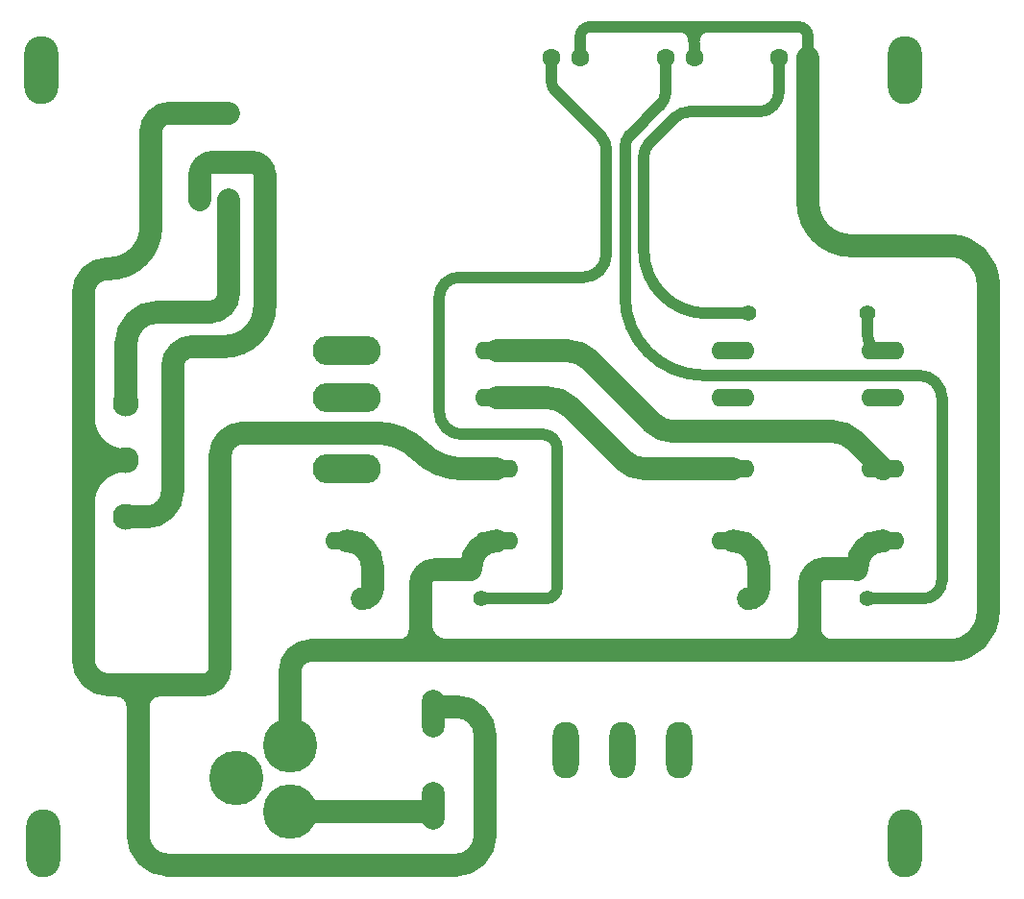
<source format=gbl>
G04 Layer: BottomLayer*
G04 EasyEDA v6.5.46, 2025-06-24 12:35:43*
G04 Gerber Generator version 0.2*
G04 Scale: 100 percent, Rotated: No, Reflected: No *
G04 Dimensions in millimeters *
G04 leading zeros omitted , absolute positions ,4 integer and 5 decimal *
%FSLAX45Y45*%
%MOMM*%

%ADD10C,2.0000*%
%ADD11C,1.0000*%
%ADD12C,1.8000*%
%ADD13C,1.4000*%
%ADD14O,2.2999954X4.9999899999999995*%
%ADD15C,2.3000*%
%ADD16C,1.6000*%
%ADD17C,1.7000*%
%ADD18C,4.8006*%
%ADD19O,1.9999959999999999X4.1999916*%
%ADD20O,3.7999924X1.5999968*%
%ADD21O,5.999988X2.5999948*%
%ADD22O,2.999994X5.999988*%
%ADD23O,0.011X5.999988*%

%LPD*%
D10*
X7912100Y2819400D02*
G01*
X7912100Y2235200D01*
X4483100Y2819400D02*
G01*
X4483100Y2235200D01*
X7899425Y6184900D02*
G01*
X7899425Y7461250D01*
D11*
X6451625Y6592763D02*
G01*
X6451625Y5765800D01*
D10*
X8310303Y4085170D02*
G01*
X8559378Y3836101D01*
X5969795Y4799825D02*
G01*
X6525072Y4244558D01*
X5809965Y4376767D02*
G01*
X6273279Y3913454D01*
X5970750Y4798870D02*
G01*
X5969795Y4799825D01*
D11*
X5981725Y7734300D02*
G01*
X7810525Y7734300D01*
X6729722Y6932891D02*
G01*
X6495493Y6698668D01*
X6328493Y6772963D02*
G01*
X6598754Y7043229D01*
X5676168Y7163562D02*
G01*
X6076144Y6763580D01*
X6076144Y6763580D02*
G01*
X6076703Y6763021D01*
X6328493Y6772963D02*
G01*
X6327663Y6772132D01*
D10*
X4859746Y3836088D02*
G01*
X5155816Y3836088D01*
X1511325Y4287875D02*
G01*
X1511325Y4325038D01*
X1511325Y3532479D02*
G01*
X1511325Y3509566D01*
X2068598Y3410178D02*
G01*
X1889025Y3410178D01*
D11*
X8424392Y5011117D02*
G01*
X8424392Y5206974D01*
D10*
X1511325Y4287875D02*
G01*
X1511325Y4304220D01*
X2540025Y6972274D02*
G01*
X2794025Y6972274D01*
X2273300Y6972274D02*
G01*
X2540025Y6972274D01*
X2108225Y5969000D02*
G01*
X2108225Y6807200D01*
X1727225Y5600700D02*
G01*
X1739925Y5600700D01*
X1803425Y1930400D02*
G01*
X1739925Y1930400D01*
X1993925Y1231900D02*
G01*
X1993925Y1739900D01*
X1993925Y609600D02*
G01*
X1993925Y1231900D01*
X4662327Y1739900D02*
G01*
X4800625Y1739900D01*
X4930800Y2976067D02*
G01*
X4930800Y2946400D01*
X8334400Y2976067D02*
G01*
X8334400Y2946400D01*
X4060799Y2782371D02*
G01*
X4060799Y2946400D01*
X7464399Y2782359D02*
G01*
X7464399Y2946400D01*
X7464399Y2976090D02*
G01*
X7464399Y2946400D01*
X4060799Y2976090D02*
G01*
X4060799Y2946400D01*
X4543734Y811273D02*
G01*
X3333775Y811273D01*
D11*
X6896125Y7461250D02*
G01*
X6894090Y7734300D01*
D10*
X1889025Y3910073D02*
G01*
X1511325Y3910329D01*
X5054625Y1485900D02*
G01*
X5054625Y603559D01*
X4793965Y342900D02*
G01*
X2260625Y342900D01*
X2565425Y1930400D02*
G01*
X1803425Y1930400D01*
X2298725Y4737100D02*
G01*
X2298725Y3640310D01*
X1511325Y2159000D02*
G01*
X1511325Y5384800D01*
X2540025Y6210300D02*
G01*
X2540025Y6426200D01*
X2654325Y6540500D02*
G01*
X2997225Y6540500D01*
X8334524Y2946400D02*
G01*
X8321824Y2959100D01*
X8051825Y2959100D01*
D11*
X8915425Y2692400D02*
G01*
X8424440Y2692400D01*
D10*
X4930924Y2946400D02*
G01*
X4610125Y2946400D01*
D11*
X5588025Y2692400D02*
G01*
X5020840Y2692400D01*
D10*
X3111525Y6426200D02*
G01*
X3111525Y5270500D01*
X2755925Y4914900D02*
G01*
X2476525Y4914900D01*
X2794025Y5384800D02*
G01*
X2794025Y6210300D01*
D11*
X7010425Y5207000D02*
G01*
X7374409Y5207000D01*
X5918225Y5524500D02*
G01*
X4826025Y5524500D01*
X5689625Y4013200D02*
G01*
X5689625Y2794000D01*
X4648225Y5346700D02*
G01*
X4648225Y4343400D01*
X4851425Y4140200D02*
G01*
X5562625Y4140200D01*
X7645425Y7461250D02*
G01*
X7645425Y7162800D01*
X6642125Y7461250D02*
G01*
X6642125Y7147930D01*
X6286525Y6672826D02*
G01*
X6286525Y5359400D01*
X7467625Y6985000D02*
G01*
X6855520Y6985000D01*
X6121425Y6654800D02*
G01*
X6121425Y5727700D01*
X5638825Y7461250D02*
G01*
X5638825Y7253704D01*
X5892825Y7461250D02*
G01*
X5892825Y7645400D01*
X7899425Y7645400D02*
G01*
X7899425Y7461250D01*
X6985025Y4660900D02*
G01*
X8877325Y4660900D01*
X9080525Y4457700D02*
G01*
X9080525Y2857500D01*
D10*
X5155717Y4876037D02*
G01*
X5785805Y4876037D01*
X5155717Y4466084D02*
G01*
X5594337Y4466084D01*
X6459872Y3836162D02*
G01*
X7239533Y3836162D01*
X6715782Y4165600D02*
G01*
X8116143Y4165600D01*
X4095018Y4152900D02*
G01*
X2921025Y4152900D01*
X2717825Y3949700D02*
G01*
X2717825Y2082800D01*
X3333775Y1403095D02*
G01*
X3333775Y2051050D01*
X9169400Y5803900D02*
G01*
X8280425Y5803900D01*
X9486925Y2569801D02*
G01*
X9486900Y5486400D01*
X3517900Y2235200D02*
G01*
X9169400Y2235200D01*
X2168316Y5219700D02*
G01*
X2628900Y5219700D01*
X1889025Y4410199D02*
G01*
X1889025Y4940409D01*
G75*
G01*
X1889026Y4940409D02*
G02*
X2168317Y5219700I279291J0D01*
G75*
G01*
X9153634Y5803900D02*
G02*
X9486900Y5470634I0J-333266D01*
G75*
G01*
X9152324Y2235200D02*
G03*
X9486925Y2569802I0J334602D01*
G75*
G01*
X7912125Y2434890D02*
G03*
X8111815Y2235200I199690J0D01*
G75*
G01*
X7712436Y2235200D02*
G03*
X7912125Y2434890I0J199690D01*
G75*
G01*
X4715424Y2235200D02*
G02*
X4483100Y2467524I0J232324D01*
G75*
G01*
X4301498Y2235200D02*
G03*
X4483125Y2416828I0J181628D01*
G75*
G01*
X3333775Y2051050D02*
G02*
X3517925Y2235200I184150J0D01*
G75*
G01*
X2717825Y3949700D02*
G02*
X2921025Y4152900I203200J0D01*
G75*
G01*
X8559376Y3836104D02*
G03*
X8559419Y3836086I43J43D01*
G75*
G01*
X8310306Y4085173D02*
G03*
X8116138Y4165600I-194167J-194167D01*
G75*
G01*
X6273282Y3913452D02*
G03*
X6273599Y3913320I317J315D01*
G75*
G01*
X6715689Y4165600D02*
G02*
X6525067Y4244558I0J269580D01*
G75*
G01*
X5594340Y4466082D02*
G02*
X5809968Y4376765I0J-304942D01*
G75*
G01*
X5969800Y4799825D02*
G03*
X5785808Y4876038I-183992J-183990D01*
G75*
G01*
X6459875Y3836162D02*
G02*
X6273599Y3913320I1J263436D01*
D11*
G75*
G01*
X8877325Y4660900D02*
G02*
X9080525Y4457700I0J-203200D01*
G75*
G01*
X6895036Y7607800D02*
G03*
X6768536Y7734300I-126500J0D01*
G75*
G01*
X6895036Y7607800D02*
G02*
X7021535Y7734300I126499J0D01*
G75*
G01*
X5892825Y7645400D02*
G02*
X5981725Y7734300I88900J0D01*
G75*
G01*
X7810525Y7734300D02*
G02*
X7899425Y7645400I0J-88900D01*
G75*
G01*
X6729717Y6932892D02*
G02*
X6855518Y6985000I125801J-125801D01*
G75*
G01*
X6642125Y7147931D02*
G02*
X6598757Y7043232I-148066J0D01*
G75*
G01*
X5638825Y7253704D02*
G03*
X5676163Y7163562I127480J0D01*
G75*
G01*
X6076701Y6763024D02*
G02*
X6121425Y6655049I-107978J-107975D01*
G75*
G01*
X6495494Y6698668D02*
G03*
X6451625Y6592760I105908J-105907D01*
G75*
G01*
X6327658Y6772133D02*
G03*
X6286525Y6672829I99304J-99304D01*
G75*
G01*
X7645425Y7162800D02*
G02*
X7467625Y6985000I-177800J0D01*
G75*
G01*
X4851425Y4140200D02*
G02*
X4648225Y4343400I0J203200D01*
D10*
G75*
G01*
X4478406Y3994043D02*
G03*
X4859749Y3836086I381343J381343D01*
G75*
G01*
X4478406Y3994043D02*
G03*
X4094891Y4152900I-383514J-383514D01*
D11*
G75*
G01*
X5562625Y4140200D02*
G02*
X5689625Y4013200I0J-127000D01*
G75*
G01*
X4648225Y5346700D02*
G02*
X4826025Y5524500I177800J0D01*
G75*
G01*
X6121425Y5727700D02*
G02*
X5918225Y5524500I-203200J0D01*
G75*
G01*
X7010425Y5207000D02*
G02*
X6451625Y5765800I0J558800D01*
G75*
G01*
X6985025Y4660900D02*
G02*
X6286525Y5359400I0J698500D01*
D10*
G75*
G01*
X2794025Y5384800D02*
G02*
X2628925Y5219700I-165100J0D01*
G75*
G01*
X3111525Y5270500D02*
G02*
X2755925Y4914900I-355600J0D01*
D11*
G75*
G01*
X5689625Y2794000D02*
G02*
X5588025Y2692400I-101600J0D01*
D10*
G75*
G01*
X4483125Y2819400D02*
G02*
X4610125Y2946400I127000J0D01*
D11*
G75*
G01*
X9080525Y2857500D02*
G02*
X8915425Y2692400I-165100J0D01*
D10*
G75*
G01*
X7912125Y2819400D02*
G02*
X8051825Y2959100I139700J0D01*
G75*
G01*
X8280425Y5803900D02*
G02*
X7899425Y6184900I0J381000D01*
G75*
G01*
X2997225Y6540500D02*
G02*
X3111525Y6426200I0J-114300D01*
G75*
G01*
X1889023Y3910178D02*
G02*
X1511325Y4287876I0J377698D01*
G75*
G01*
X1889023Y3910178D02*
G03*
X1511325Y3532480I0J-377698D01*
G75*
G01*
X2298725Y3640310D02*
G02*
X2068594Y3410179I-230131J0D01*
G75*
G01*
X2298725Y4737100D02*
G02*
X2476525Y4914900I177800J0D01*
G75*
G01*
X2717825Y2082800D02*
G02*
X2565425Y1930400I-152400J0D01*
G75*
G01*
X1993925Y1739900D02*
G02*
X2184425Y1930400I190500J0D01*
G75*
G01*
X5054625Y603560D02*
G02*
X4793966Y342900I-260659J0D01*
D11*
G75*
G01*
X8559419Y4876089D02*
G02*
X8424393Y5011115I0J135026D01*
D10*
G75*
G01*
X3835806Y3201086D02*
G02*
X4060800Y2976093I0J-224993D01*
G75*
G01*
X2108225Y6807200D02*
G02*
X2273300Y6972275I165075J0D01*
G75*
G01*
X1739925Y5600700D02*
G03*
X2108225Y5969000I0J368300D01*
G75*
G01*
X1511325Y5384800D02*
G02*
X1727225Y5600700I215900J0D01*
G75*
G01*
X1739925Y1930400D02*
G02*
X1511325Y2159000I0J228600D01*
G75*
G01*
X1993925Y1739900D02*
G03*
X1803425Y1930400I-190500J0D01*
G75*
G01*
X2260625Y342900D02*
G02*
X1993925Y609600I0J266700D01*
G75*
G01*
X4800625Y1739900D02*
G02*
X5054625Y1485900I0J-254000D01*
G75*
G01*
X4597425Y1675003D02*
G02*
X4662322Y1739900I64897J0D01*
G75*
G01*
X5155819Y3201086D02*
G03*
X4930800Y2976067I0J-225019D01*
G75*
G01*
X8559419Y3201086D02*
G03*
X8334400Y2976067I0J-225019D01*
G75*
G01*
X3970812Y2692385D02*
G03*
X4060800Y2782372I0J89987D01*
G75*
G01*
X7374423Y2692385D02*
G03*
X7464400Y2782362I0J89977D01*
G75*
G01*
X7239406Y3201086D02*
G02*
X7464400Y2976093I0J-224993D01*
G75*
G01*
X4597425Y864972D02*
G02*
X4543730Y811276I-53695J0D01*
G75*
G01*
X2540025Y6426200D02*
G02*
X2654325Y6540500I114300J0D01*
D12*
G01*
X4060799Y2946374D03*
G01*
X4930800Y2946374D03*
G01*
X7464399Y2946374D03*
G01*
X8334400Y2946374D03*
D13*
G01*
X5020792Y2692400D03*
G01*
X3970807Y2692400D03*
G01*
X8424418Y2692400D03*
G01*
X7374432Y2692400D03*
G01*
X7374407Y5207000D03*
G01*
X8424392Y5207000D03*
D14*
G01*
X5761126Y1356588D03*
G01*
X6261125Y1356588D03*
G01*
X6761124Y1356588D03*
D15*
G01*
X1889023Y4410176D03*
G01*
X1889023Y3910177D03*
G01*
X1889023Y3410178D03*
D16*
G01*
X5638825Y7461275D03*
G01*
X5892825Y7461275D03*
G01*
X6642100Y7461275D03*
G01*
X6896100Y7461275D03*
G01*
X7645400Y7461275D03*
G01*
X7899400Y7461275D03*
D17*
G01*
X2540025Y6210274D03*
G01*
X2794025Y6210274D03*
G01*
X2794025Y6972274D03*
G01*
X2540025Y6972274D03*
D18*
G01*
X2863875Y1110995D03*
G01*
X3333775Y811276D03*
G01*
X3333775Y1403095D03*
D19*
G01*
X4597425Y864971D03*
G01*
X4597425Y1675003D03*
D20*
G01*
X3835806Y3201085D03*
G01*
X5155818Y3201085D03*
G01*
X5155818Y3836085D03*
D21*
G01*
X3835806Y3836085D03*
D20*
G01*
X5155818Y4466081D03*
D21*
G01*
X3835806Y4466081D03*
D20*
G01*
X5155818Y4876088D03*
D21*
G01*
X3835806Y4876088D03*
D20*
G01*
X7239406Y3201085D03*
G01*
X8559418Y3201085D03*
G01*
X8559418Y3836085D03*
G01*
X7239406Y3836085D03*
G01*
X8559418Y4466081D03*
G01*
X7239406Y4466081D03*
G01*
X8559418Y4876088D03*
G01*
X7239406Y4876088D03*
D22*
G01*
X1143025Y7353300D03*
G01*
X1155725Y533425D03*
G01*
X8750300Y533425D03*
G01*
X8750300Y7353300D03*
M02*

</source>
